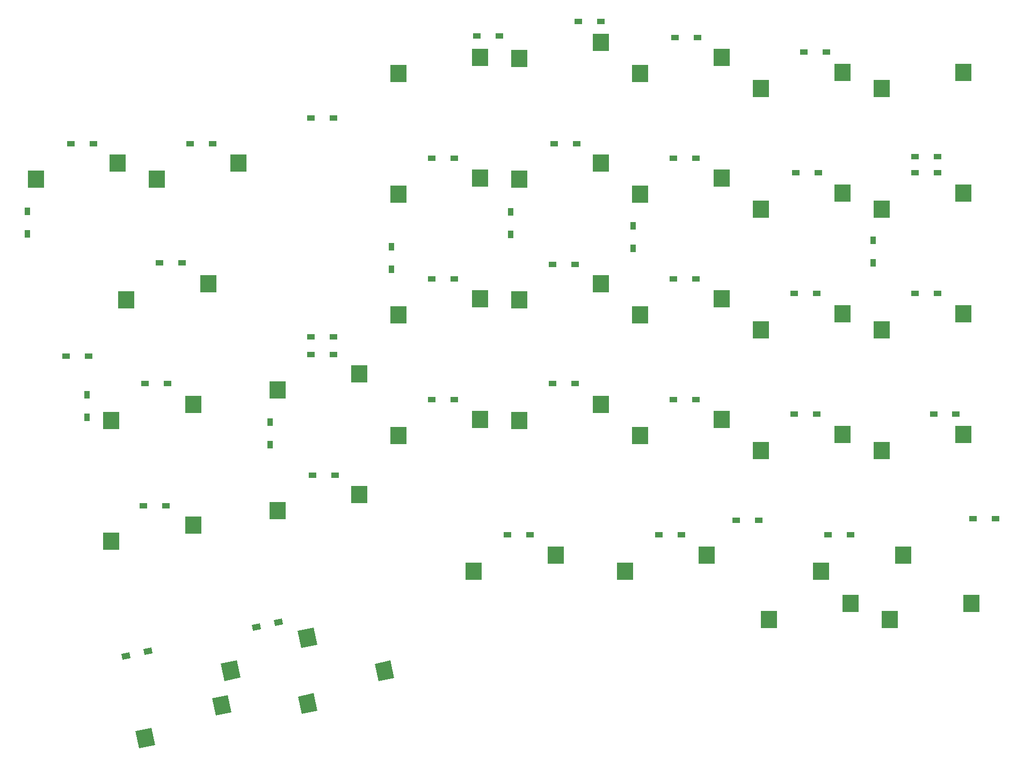
<source format=gbp>
G04 #@! TF.GenerationSoftware,KiCad,Pcbnew,(5.1.5-0-10_14)*
G04 #@! TF.CreationDate,2020-05-14T06:06:27+09:00*
G04 #@! TF.ProjectId,Colice,436f6c69-6365-42e6-9b69-6361645f7063,rev?*
G04 #@! TF.SameCoordinates,Original*
G04 #@! TF.FileFunction,Paste,Bot*
G04 #@! TF.FilePolarity,Positive*
%FSLAX46Y46*%
G04 Gerber Fmt 4.6, Leading zero omitted, Abs format (unit mm)*
G04 Created by KiCad (PCBNEW (5.1.5-0-10_14)) date 2020-05-14 06:06:27*
%MOMM*%
%LPD*%
G04 APERTURE LIST*
%ADD10R,2.550000X2.800000*%
%ADD11R,1.300000X0.950000*%
%ADD12C,0.100000*%
%ADD13R,0.950000X1.300000*%
G04 APERTURE END LIST*
D10*
X65346250Y-90170400D03*
X52446250Y-92710400D03*
X161983750Y-135573080D03*
X174883750Y-133033080D03*
X165358750Y-113983000D03*
X152458750Y-116523000D03*
X143927500Y-133033080D03*
X131027500Y-135573080D03*
D11*
X111249000Y-51054000D03*
X107699000Y-51054000D03*
X163071000Y-129844800D03*
X166621000Y-129844800D03*
D10*
X165358750Y-75882840D03*
X152458750Y-78422840D03*
X76258750Y-126048040D03*
X89158750Y-123508040D03*
X62965000Y-128270560D03*
X50065000Y-130810560D03*
D12*
G36*
X67924296Y-152892773D02*
G01*
X67342143Y-150153960D01*
X69836420Y-149623785D01*
X70418573Y-152362598D01*
X67924296Y-152892773D01*
G37*
G36*
X80014303Y-147726218D02*
G01*
X79432150Y-144987405D01*
X81926427Y-144457230D01*
X82508580Y-147196043D01*
X80014303Y-147726218D01*
G37*
G36*
X94069816Y-149666309D02*
G01*
X94651969Y-152405122D01*
X92157692Y-152935297D01*
X91575539Y-150196484D01*
X94069816Y-149666309D01*
G37*
G36*
X81979809Y-154832864D02*
G01*
X82561962Y-157571677D01*
X80067685Y-158101852D01*
X79485532Y-155363039D01*
X81979809Y-154832864D01*
G37*
G36*
X68448462Y-155112295D02*
G01*
X69030615Y-157851108D01*
X66536338Y-158381283D01*
X65954185Y-155642470D01*
X68448462Y-155112295D01*
G37*
G36*
X56358455Y-160278850D02*
G01*
X56940608Y-163017663D01*
X54446331Y-163547838D01*
X53864178Y-160809025D01*
X56358455Y-160278850D01*
G37*
D11*
X185931000Y-127254000D03*
X189481000Y-127254000D03*
D13*
X132334000Y-81029000D03*
X132334000Y-84579000D03*
D11*
X142491000Y-51308000D03*
X138941000Y-51308000D03*
X142237000Y-70358000D03*
X138687000Y-70358000D03*
X142237000Y-89408000D03*
X138687000Y-89408000D03*
X138687000Y-108458000D03*
X142237000Y-108458000D03*
X148593000Y-127508000D03*
X152143000Y-127508000D03*
D13*
X75057000Y-112017000D03*
X75057000Y-115567000D03*
D11*
X81537000Y-64008000D03*
X85087000Y-64008000D03*
X81537000Y-98552000D03*
X85087000Y-98552000D03*
X81537000Y-101346000D03*
X85087000Y-101346000D03*
X81791000Y-120396000D03*
X85341000Y-120396000D03*
D13*
X36830000Y-78743000D03*
X36830000Y-82293000D03*
D11*
X43691000Y-68072000D03*
X47241000Y-68072000D03*
X100587000Y-89408000D03*
X104137000Y-89408000D03*
X100587000Y-108458000D03*
X104137000Y-108458000D03*
D12*
G36*
X51828750Y-149558806D02*
G01*
X51631234Y-148629565D01*
X52902826Y-148359280D01*
X53100342Y-149288521D01*
X51828750Y-149558806D01*
G37*
G36*
X55301174Y-148820720D02*
G01*
X55103658Y-147891479D01*
X56375250Y-147621194D01*
X56572766Y-148550435D01*
X55301174Y-148820720D01*
G37*
D13*
X94234000Y-84331000D03*
X94234000Y-87881000D03*
D11*
X104137000Y-70358000D03*
X100587000Y-70358000D03*
X123187000Y-105918000D03*
X119637000Y-105918000D03*
X116075000Y-129794000D03*
X112525000Y-129794000D03*
D13*
X113030000Y-78870000D03*
X113030000Y-82420000D03*
D11*
X127251000Y-48768000D03*
X123701000Y-48768000D03*
X123441000Y-68072000D03*
X119891000Y-68072000D03*
X123187000Y-87122000D03*
X119637000Y-87122000D03*
X139951000Y-129794000D03*
X136401000Y-129794000D03*
D13*
X170180000Y-86865000D03*
X170180000Y-83315000D03*
D11*
X180337000Y-70104000D03*
X176787000Y-70104000D03*
X180337000Y-72644000D03*
X176787000Y-72644000D03*
X180337000Y-91694000D03*
X176787000Y-91694000D03*
X183258000Y-110744000D03*
X179708000Y-110744000D03*
X42929000Y-101600000D03*
X46479000Y-101600000D03*
D13*
X46228000Y-107699000D03*
X46228000Y-111249000D03*
D11*
X62487000Y-68072000D03*
X66037000Y-68072000D03*
X57661000Y-86868000D03*
X61211000Y-86868000D03*
X55375000Y-105918000D03*
X58925000Y-105918000D03*
X55121000Y-125222000D03*
X58671000Y-125222000D03*
D12*
G36*
X72402750Y-144986806D02*
G01*
X72205234Y-144057565D01*
X73476826Y-143787280D01*
X73674342Y-144716521D01*
X72402750Y-144986806D01*
G37*
G36*
X75875174Y-144248720D02*
G01*
X75677658Y-143319479D01*
X76949250Y-143049194D01*
X77146766Y-143978435D01*
X75875174Y-144248720D01*
G37*
D11*
X159261000Y-53594000D03*
X162811000Y-53594000D03*
X157991000Y-72644000D03*
X161541000Y-72644000D03*
X157737000Y-91694000D03*
X161287000Y-91694000D03*
X157737000Y-110744000D03*
X161287000Y-110744000D03*
D10*
X133408750Y-56991500D03*
X146308750Y-54451500D03*
X133408750Y-76041580D03*
X146308750Y-73501580D03*
X133408750Y-95091660D03*
X146308750Y-92551660D03*
X133408750Y-114141740D03*
X146308750Y-111601740D03*
X76258750Y-106997960D03*
X89158750Y-104457960D03*
X38158750Y-73660320D03*
X51058750Y-71120320D03*
X95308750Y-95091660D03*
X108208750Y-92551660D03*
X95308750Y-114141740D03*
X108208750Y-111601740D03*
X95308750Y-56991500D03*
X108208750Y-54451500D03*
X108208750Y-73501580D03*
X95308750Y-76041580D03*
X127258750Y-109220480D03*
X114358750Y-111760480D03*
X120115000Y-133033080D03*
X107215000Y-135573080D03*
X127258750Y-52070240D03*
X114358750Y-54610240D03*
X127258750Y-71120320D03*
X114358750Y-73660320D03*
X127258750Y-90170400D03*
X114358750Y-92710400D03*
X184408750Y-56832760D03*
X171508750Y-59372760D03*
X184408750Y-75882840D03*
X171508750Y-78422840D03*
X184408750Y-94932920D03*
X171508750Y-97472920D03*
X184408750Y-113983000D03*
X171508750Y-116523000D03*
X70108750Y-71120320D03*
X57208750Y-73660320D03*
X50065000Y-111760480D03*
X62965000Y-109220480D03*
X165358750Y-56832760D03*
X152458750Y-59372760D03*
X165358750Y-94932920D03*
X152458750Y-97472920D03*
X172778750Y-143193080D03*
X185678750Y-140653080D03*
X153728750Y-143193080D03*
X166628750Y-140653080D03*
M02*

</source>
